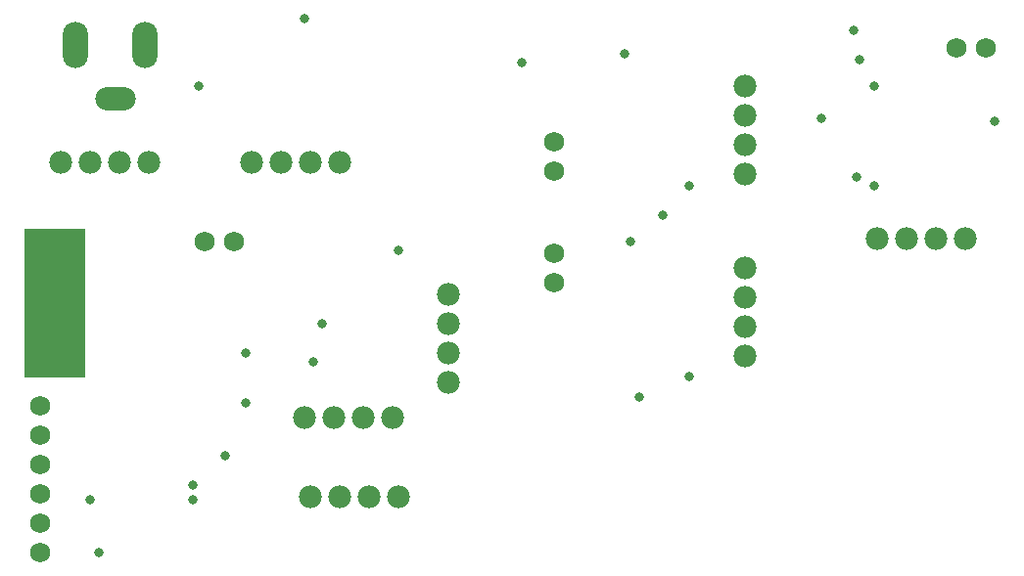
<source format=gbs>
G04*
G04 #@! TF.GenerationSoftware,Altium Limited,Altium Designer,23.1.1 (15)*
G04*
G04 Layer_Color=16711935*
%FSLAX44Y44*%
%MOMM*%
G71*
G04*
G04 #@! TF.SameCoordinates,1FA4A5A5-67A0-4D6D-842F-5CAA9539815A*
G04*
G04*
G04 #@! TF.FilePolarity,Negative*
G04*
G01*
G75*
%ADD49C,1.9812*%
%ADD50C,1.7272*%
%ADD51O,3.5032X2.0032*%
%ADD52O,2.2032X4.0032*%
%ADD53C,0.8382*%
%ADD54C,0.9144*%
%ADD62R,5.2832X12.9032*%
D49*
X795020Y289560D02*
D03*
X820420D02*
D03*
X744220D02*
D03*
X769620D02*
D03*
X629920Y238760D02*
D03*
Y264160D02*
D03*
Y187960D02*
D03*
Y213360D02*
D03*
X299720Y134620D02*
D03*
X325120D02*
D03*
X248920D02*
D03*
X274320D02*
D03*
X88900Y355600D02*
D03*
X114300D02*
D03*
X38100D02*
D03*
X63500D02*
D03*
X279400Y66040D02*
D03*
X254000D02*
D03*
X330200D02*
D03*
X304800D02*
D03*
X373380Y215900D02*
D03*
Y241300D02*
D03*
Y165100D02*
D03*
Y190500D02*
D03*
X629920Y370840D02*
D03*
Y345440D02*
D03*
Y421640D02*
D03*
Y396240D02*
D03*
X228600Y355600D02*
D03*
X203200D02*
D03*
X279400D02*
D03*
X254000D02*
D03*
D50*
X838200Y454660D02*
D03*
X812800D02*
D03*
X464820Y276860D02*
D03*
Y251460D02*
D03*
Y347980D02*
D03*
Y373380D02*
D03*
X162560Y287020D02*
D03*
X187960D02*
D03*
X20320Y144780D02*
D03*
Y119380D02*
D03*
Y93980D02*
D03*
Y68580D02*
D03*
Y17780D02*
D03*
Y43180D02*
D03*
D51*
X85800Y410700D02*
D03*
D52*
X50800Y457200D02*
D03*
X110800D02*
D03*
D53*
X436880Y441960D02*
D03*
X180340Y101600D02*
D03*
X695960Y393700D02*
D03*
X723900Y469900D02*
D03*
X558800Y309880D02*
D03*
X330200Y279400D02*
D03*
X152400Y76200D02*
D03*
X71120Y17780D02*
D03*
X198120Y147320D02*
D03*
X728980Y444500D02*
D03*
X741680Y421640D02*
D03*
X845820Y391160D02*
D03*
X726440Y342900D02*
D03*
X741680Y335280D02*
D03*
X264160Y215900D02*
D03*
X530860Y287020D02*
D03*
X538480Y152400D02*
D03*
X581660Y170180D02*
D03*
X525780Y449580D02*
D03*
X581660Y335280D02*
D03*
X63500Y63500D02*
D03*
X152400D02*
D03*
X256540Y182880D02*
D03*
X198120Y190500D02*
D03*
X248920Y480060D02*
D03*
X157480Y421640D02*
D03*
D54*
X17907Y208026D02*
D03*
X48387D02*
D03*
Y258826D02*
D03*
X17907D02*
D03*
D62*
X33020Y233680D02*
D03*
M02*

</source>
